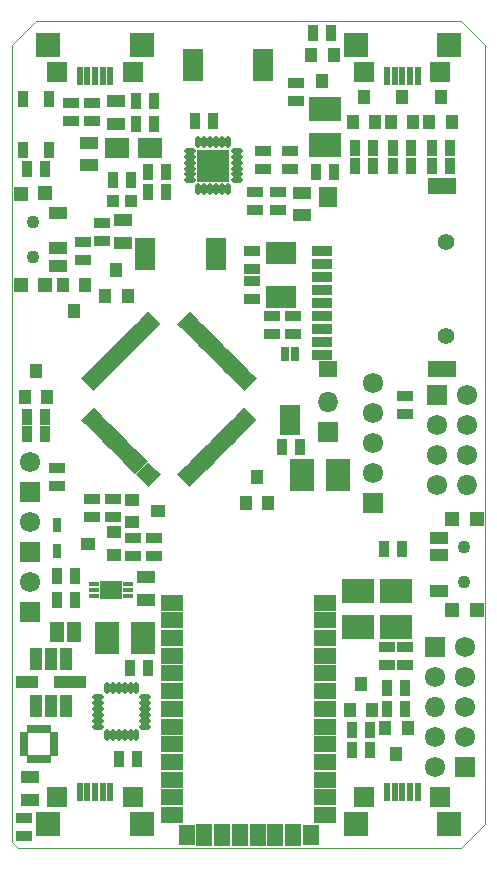
<source format=gts>
G04 (created by PCBNEW (2013-dec-23)-stable) date Tue 01 Jul 2014 06:11:27 EEST*
%MOIN*%
G04 Gerber Fmt 3.4, Leading zero omitted, Abs format*
%FSLAX34Y34*%
G01*
G70*
G90*
G04 APERTURE LIST*
%ADD10C,0.00590551*%
%ADD11C,0.00393701*%
%ADD12R,0.106274X0.106274*%
%ADD13O,0.039374X0.017674*%
%ADD14O,0.017674X0.039374*%
%ADD15R,0.039374X0.047274*%
%ADD16R,0.047274X0.039374*%
%ADD17R,0.0472441X0.0669291*%
%ADD18R,0.031474X0.047274*%
%ADD19R,0.0334646X0.0551181*%
%ADD20R,0.062874X0.042874*%
%ADD21R,0.032874X0.052874*%
%ADD22R,0.052874X0.032874*%
%ADD23R,0.067874X0.067874*%
%ADD24C,0.067874*%
%ADD25O,0.067874X0.067874*%
%ADD26R,0.0590551X0.0433071*%
%ADD27R,0.0472441X0.0472441*%
%ADD28C,0.0433071*%
%ADD29R,0.0314961X0.0511811*%
%ADD30R,0.0669291X0.102362*%
%ADD31R,0.023622X0.0610236*%
%ADD32R,0.0826772X0.0826772*%
%ADD33R,0.0669291X0.0669291*%
%ADD34R,0.0708661X0.0354331*%
%ADD35R,0.0629921X0.0551181*%
%ADD36R,0.0629921X0.0708661*%
%ADD37R,0.0944882X0.0551181*%
%ADD38C,0.0551181*%
%ADD39R,0.039274X0.039274*%
%ADD40R,0.074774X0.055074*%
%ADD41R,0.055074X0.070774*%
%ADD42R,0.055074X0.074774*%
%ADD43R,0.0669291X0.106299*%
%ADD44R,0.019685X0.0255906*%
%ADD45R,0.0255906X0.019685*%
%ADD46R,0.0354331X0.0177165*%
%ADD47R,0.0728346X0.0610236*%
%ADD48R,0.0998882X0.0723291*%
%ADD49R,0.084674X0.106274*%
%ADD50R,0.106274X0.084674*%
%ADD51R,0.0393701X0.0748031*%
%ADD52R,0.0748031X0.0393701*%
%ADD53R,0.106299X0.0393701*%
%ADD54R,0.084674X0.066974*%
G04 APERTURE END LIST*
G54D10*
G54D11*
X7874Y-35236D02*
X8070Y-35433D01*
X23622Y-34645D02*
X22834Y-35433D01*
X22834Y-7874D02*
X23622Y-8661D01*
X8661Y-7874D02*
X7874Y-8661D01*
X22834Y-35433D02*
X8070Y-35433D01*
X8661Y-7874D02*
X22834Y-7874D01*
X7874Y-35236D02*
X7874Y-8661D01*
X23622Y-8661D02*
X23622Y-34645D01*
G54D12*
X14566Y-12696D03*
G54D13*
X15353Y-13188D03*
X15353Y-12991D03*
X15353Y-12794D03*
X15353Y-12598D03*
X15353Y-12401D03*
X15353Y-12204D03*
G54D14*
X15058Y-11909D03*
X14861Y-11909D03*
X14664Y-11909D03*
X14468Y-11909D03*
X14271Y-11909D03*
X14074Y-11909D03*
G54D13*
X13779Y-12204D03*
X13779Y-12401D03*
X13779Y-12598D03*
X13779Y-12794D03*
X13779Y-12991D03*
X13779Y-13188D03*
G54D14*
X14074Y-13483D03*
X14271Y-13483D03*
X14468Y-13483D03*
X14664Y-13483D03*
X14861Y-13483D03*
X15058Y-13483D03*
G54D13*
X10728Y-30413D03*
X10728Y-30610D03*
X10728Y-30807D03*
X10728Y-31003D03*
X10728Y-31200D03*
X10728Y-31397D03*
G54D14*
X11023Y-31692D03*
X11220Y-31692D03*
X11417Y-31692D03*
X11613Y-31692D03*
X11810Y-31692D03*
X12007Y-31692D03*
G54D13*
X12302Y-31397D03*
X12302Y-31200D03*
X12302Y-31003D03*
X12302Y-30807D03*
X12302Y-30610D03*
X12302Y-30413D03*
G54D14*
X12007Y-30118D03*
X11810Y-30118D03*
X11613Y-30118D03*
X11417Y-30118D03*
X11220Y-30118D03*
X11023Y-30118D03*
G54D15*
X19586Y-10393D03*
X19961Y-11259D03*
X19211Y-11259D03*
X11338Y-16161D03*
X11713Y-17027D03*
X10963Y-17027D03*
X9921Y-17558D03*
X9546Y-16692D03*
X10296Y-16692D03*
X16023Y-23070D03*
X16398Y-23936D03*
X15648Y-23936D03*
X8661Y-19547D03*
X9036Y-20413D03*
X8286Y-20413D03*
X19488Y-29980D03*
X19863Y-30846D03*
X19113Y-30846D03*
X20669Y-32322D03*
X20294Y-31456D03*
X21044Y-31456D03*
G54D16*
X10393Y-25295D03*
X11259Y-24920D03*
X11259Y-25670D03*
G54D15*
X18208Y-9881D03*
X17833Y-9015D03*
X18583Y-9015D03*
X22145Y-10393D03*
X22520Y-11259D03*
X21770Y-11259D03*
X20866Y-10393D03*
X21241Y-11259D03*
X20491Y-11259D03*
G54D16*
X12736Y-24212D03*
X11870Y-24587D03*
X11870Y-23837D03*
G54D17*
X9350Y-28248D03*
X9940Y-28248D03*
G54D18*
X9350Y-24665D03*
X9350Y-25531D03*
G54D19*
X9084Y-10472D03*
X8238Y-10472D03*
X9084Y-12165D03*
X8238Y-12165D03*
G54D20*
X11318Y-11300D03*
X11318Y-10550D03*
G54D21*
X12003Y-11318D03*
X12603Y-11318D03*
G54D22*
X10866Y-15221D03*
X10866Y-14621D03*
X16732Y-13577D03*
X16732Y-14177D03*
X20964Y-20969D03*
X20964Y-20369D03*
X16240Y-12800D03*
X16240Y-12200D03*
G54D21*
X8961Y-12795D03*
X8361Y-12795D03*
X12003Y-10531D03*
X12603Y-10531D03*
G54D22*
X15846Y-16530D03*
X15846Y-17130D03*
X15846Y-16146D03*
X15846Y-15546D03*
X17224Y-18311D03*
X17224Y-17711D03*
X16535Y-18311D03*
X16535Y-17711D03*
G54D21*
X11412Y-32480D03*
X12012Y-32480D03*
X14571Y-11220D03*
X13971Y-11220D03*
X11806Y-29429D03*
X12406Y-29429D03*
G54D22*
X8267Y-35044D03*
X8267Y-34444D03*
X10531Y-10625D03*
X10531Y-11225D03*
X15944Y-13577D03*
X15944Y-14177D03*
G54D21*
X9345Y-27165D03*
X9945Y-27165D03*
X12996Y-12893D03*
X12396Y-12893D03*
X11815Y-13188D03*
X11215Y-13188D03*
X12396Y-13582D03*
X12996Y-13582D03*
G54D22*
X11220Y-23814D03*
X11220Y-24414D03*
X10531Y-24414D03*
X10531Y-23814D03*
X9350Y-23370D03*
X9350Y-22770D03*
G54D21*
X9345Y-26377D03*
X9945Y-26377D03*
X20870Y-25492D03*
X20270Y-25492D03*
X16845Y-22066D03*
X17445Y-22066D03*
G54D22*
X10236Y-15231D03*
X10236Y-15831D03*
G54D21*
X21845Y-12696D03*
X22445Y-12696D03*
X20566Y-12696D03*
X21166Y-12696D03*
X19286Y-12696D03*
X19886Y-12696D03*
X20369Y-30807D03*
X20969Y-30807D03*
X20369Y-30118D03*
X20969Y-30118D03*
X19788Y-31496D03*
X19188Y-31496D03*
X19788Y-32185D03*
X19188Y-32185D03*
G54D22*
X9842Y-10625D03*
X9842Y-11225D03*
X17322Y-10536D03*
X17322Y-9936D03*
X20964Y-28735D03*
X20964Y-29335D03*
G54D21*
X18508Y-8267D03*
X17908Y-8267D03*
X21166Y-12106D03*
X20566Y-12106D03*
X19886Y-12106D03*
X19286Y-12106D03*
G54D22*
X12598Y-25093D03*
X12598Y-25693D03*
G54D21*
X8961Y-21062D03*
X8361Y-21062D03*
G54D22*
X11909Y-25693D03*
X11909Y-25093D03*
G54D21*
X18607Y-12893D03*
X18007Y-12893D03*
G54D22*
X20374Y-28735D03*
X20374Y-29335D03*
X17125Y-12800D03*
X17125Y-12200D03*
G54D21*
X22445Y-12106D03*
X21845Y-12106D03*
X8961Y-21653D03*
X8361Y-21653D03*
G54D23*
X19881Y-23948D03*
G54D24*
X19881Y-22948D03*
X19881Y-21948D03*
X19881Y-20948D03*
X19881Y-19948D03*
G54D25*
X23039Y-23350D03*
G54D24*
X22039Y-23350D03*
X23039Y-22350D03*
X22039Y-22350D03*
X23039Y-21350D03*
X22039Y-21350D03*
X23039Y-20350D03*
G54D23*
X22039Y-20350D03*
G54D25*
X21961Y-30738D03*
G54D24*
X22961Y-30738D03*
X21961Y-31738D03*
X22961Y-31738D03*
X21961Y-32738D03*
G54D23*
X22961Y-32738D03*
X21961Y-28738D03*
G54D24*
X22961Y-28738D03*
X21961Y-29738D03*
X22961Y-29738D03*
G54D23*
X8461Y-23588D03*
G54D24*
X8461Y-22588D03*
G54D23*
X8461Y-25588D03*
G54D24*
X8461Y-24588D03*
X8461Y-26588D03*
G54D23*
X8461Y-27588D03*
G54D25*
X18405Y-20562D03*
G54D23*
X18405Y-21562D03*
G54D26*
X22086Y-25688D03*
X22086Y-25098D03*
X22086Y-26870D03*
G54D27*
X22519Y-24468D03*
X23346Y-27500D03*
X23346Y-24468D03*
X22519Y-27519D03*
G54D28*
X22933Y-26574D03*
X22933Y-25393D03*
G54D26*
X9409Y-15452D03*
X9409Y-16043D03*
X9409Y-14271D03*
G54D27*
X8976Y-16673D03*
X8149Y-13641D03*
X8149Y-16673D03*
X8976Y-13622D03*
G54D28*
X8562Y-14566D03*
X8562Y-15748D03*
G54D29*
X16948Y-18976D03*
X17303Y-18976D03*
G54D30*
X17125Y-21161D03*
G54D31*
X10118Y-33592D03*
X10374Y-33592D03*
X10629Y-33592D03*
X10885Y-33592D03*
X11141Y-33592D03*
G54D32*
X9074Y-34645D03*
X12185Y-34645D03*
G54D33*
X11889Y-33730D03*
X9370Y-33730D03*
G54D31*
X20354Y-33592D03*
X20610Y-33592D03*
X20866Y-33592D03*
X21122Y-33592D03*
X21377Y-33592D03*
G54D32*
X19311Y-34645D03*
X22421Y-34645D03*
G54D33*
X22125Y-33730D03*
X19606Y-33730D03*
G54D31*
X21377Y-9714D03*
X21122Y-9714D03*
X20866Y-9714D03*
X20610Y-9714D03*
X20354Y-9714D03*
G54D32*
X22421Y-8661D03*
X19311Y-8661D03*
G54D33*
X19606Y-9576D03*
X22125Y-9576D03*
G54D31*
X11141Y-9714D03*
X10885Y-9714D03*
X10629Y-9714D03*
X10374Y-9714D03*
X10118Y-9714D03*
G54D32*
X12185Y-8661D03*
X9074Y-8661D03*
G54D33*
X9370Y-9576D03*
X11889Y-9576D03*
G54D34*
X18208Y-15551D03*
X18208Y-15984D03*
X18208Y-16417D03*
X18208Y-16850D03*
X18208Y-17283D03*
X18208Y-17716D03*
X18208Y-18149D03*
X18208Y-18582D03*
X18208Y-19015D03*
G54D35*
X18405Y-19488D03*
G54D36*
X18405Y-13740D03*
G54D37*
X22185Y-13385D03*
X22185Y-19488D03*
G54D38*
X22342Y-18385D03*
X22342Y-15236D03*
G54D10*
G36*
X15596Y-19358D02*
X15178Y-19776D01*
X15039Y-19637D01*
X15457Y-19219D01*
X15596Y-19358D01*
X15596Y-19358D01*
G37*
G36*
X15457Y-19219D02*
X15039Y-19637D01*
X14900Y-19498D01*
X15317Y-19080D01*
X15457Y-19219D01*
X15457Y-19219D01*
G37*
G36*
X15317Y-19080D02*
X14900Y-19497D01*
X14760Y-19358D01*
X15178Y-18940D01*
X15317Y-19080D01*
X15317Y-19080D01*
G37*
G36*
X15178Y-18940D02*
X14760Y-19358D01*
X14621Y-19219D01*
X15039Y-18801D01*
X15178Y-18940D01*
X15178Y-18940D01*
G37*
G36*
X15039Y-18801D02*
X14621Y-19219D01*
X14482Y-19080D01*
X14899Y-18662D01*
X15039Y-18801D01*
X15039Y-18801D01*
G37*
G36*
X16013Y-19775D02*
X15595Y-20193D01*
X15456Y-20054D01*
X15874Y-19636D01*
X16013Y-19775D01*
X16013Y-19775D01*
G37*
G36*
X15874Y-19637D02*
X15457Y-20055D01*
X15318Y-19915D01*
X15735Y-19498D01*
X15874Y-19637D01*
X15874Y-19637D01*
G37*
G36*
X15735Y-19498D02*
X15317Y-19915D01*
X15178Y-19776D01*
X15596Y-19358D01*
X15735Y-19498D01*
X15735Y-19498D01*
G37*
G36*
X12811Y-17967D02*
X12672Y-18106D01*
X12254Y-17688D01*
X12394Y-17549D01*
X12811Y-17967D01*
X12811Y-17967D01*
G37*
G36*
X12673Y-18105D02*
X12534Y-18244D01*
X12116Y-17827D01*
X12255Y-17687D01*
X12673Y-18105D01*
X12673Y-18105D01*
G37*
G36*
X12533Y-18245D02*
X12394Y-18384D01*
X11977Y-17966D01*
X12116Y-17827D01*
X12533Y-18245D01*
X12533Y-18245D01*
G37*
G36*
X12394Y-18384D02*
X12255Y-18523D01*
X11837Y-18105D01*
X11976Y-17966D01*
X12394Y-18384D01*
X12394Y-18384D01*
G37*
G36*
X12255Y-18523D02*
X12116Y-18662D01*
X11698Y-18245D01*
X11837Y-18105D01*
X12255Y-18523D01*
X12255Y-18523D01*
G37*
G36*
X12116Y-18662D02*
X11976Y-18802D01*
X11559Y-18384D01*
X11698Y-18245D01*
X12116Y-18662D01*
X12116Y-18662D01*
G37*
G36*
X11976Y-18802D02*
X11837Y-18941D01*
X11419Y-18523D01*
X11558Y-18384D01*
X11976Y-18802D01*
X11976Y-18802D01*
G37*
G36*
X11837Y-18941D02*
X11698Y-19080D01*
X11280Y-18662D01*
X11419Y-18523D01*
X11837Y-18941D01*
X11837Y-18941D01*
G37*
G36*
X10724Y-20890D02*
X10306Y-21308D01*
X10167Y-21168D01*
X10585Y-20751D01*
X10724Y-20890D01*
X10724Y-20890D01*
G37*
G36*
X10863Y-21028D02*
X10445Y-21446D01*
X10306Y-21307D01*
X10723Y-20889D01*
X10863Y-21028D01*
X10863Y-21028D01*
G37*
G36*
X11002Y-21168D02*
X10584Y-21585D01*
X10445Y-21446D01*
X10863Y-21029D01*
X11002Y-21168D01*
X11002Y-21168D01*
G37*
G36*
X11141Y-21307D02*
X10723Y-21725D01*
X10584Y-21586D01*
X11002Y-21168D01*
X11141Y-21307D01*
X11141Y-21307D01*
G37*
G36*
X11280Y-21446D02*
X10863Y-21864D01*
X10724Y-21725D01*
X11141Y-21307D01*
X11280Y-21446D01*
X11280Y-21446D01*
G37*
G36*
X11420Y-21586D02*
X11002Y-22003D01*
X10863Y-21864D01*
X11281Y-21446D01*
X11420Y-21586D01*
X11420Y-21586D01*
G37*
G36*
X11559Y-21725D02*
X11141Y-22143D01*
X11002Y-22003D01*
X11420Y-21586D01*
X11559Y-21725D01*
X11559Y-21725D01*
G37*
G36*
X11698Y-21864D02*
X11281Y-22282D01*
X11141Y-22143D01*
X11559Y-21725D01*
X11698Y-21864D01*
X11698Y-21864D01*
G37*
G36*
X13926Y-23256D02*
X13787Y-23395D01*
X13369Y-22977D01*
X13508Y-22838D01*
X13926Y-23256D01*
X13926Y-23256D01*
G37*
G36*
X14064Y-23117D02*
X13925Y-23256D01*
X13507Y-22839D01*
X13647Y-22699D01*
X14064Y-23117D01*
X14064Y-23117D01*
G37*
G36*
X14204Y-22978D02*
X14064Y-23117D01*
X13647Y-22699D01*
X13786Y-22560D01*
X14204Y-22978D01*
X14204Y-22978D01*
G37*
G36*
X14343Y-22839D02*
X14204Y-22978D01*
X13786Y-22560D01*
X13925Y-22421D01*
X14343Y-22839D01*
X14343Y-22839D01*
G37*
G36*
X14482Y-22699D02*
X14343Y-22838D01*
X13925Y-22421D01*
X14064Y-22282D01*
X14482Y-22699D01*
X14482Y-22699D01*
G37*
G36*
X14621Y-22560D02*
X14482Y-22699D01*
X14065Y-22281D01*
X14204Y-22142D01*
X14621Y-22560D01*
X14621Y-22560D01*
G37*
G36*
X14761Y-22421D02*
X14622Y-22560D01*
X14204Y-22142D01*
X14343Y-22003D01*
X14761Y-22421D01*
X14761Y-22421D01*
G37*
G36*
X14900Y-22281D02*
X14761Y-22421D01*
X14343Y-22003D01*
X14482Y-21864D01*
X14900Y-22281D01*
X14900Y-22281D01*
G37*
G36*
X14900Y-18662D02*
X14482Y-19080D01*
X14343Y-18941D01*
X14761Y-18523D01*
X14900Y-18662D01*
X14900Y-18662D01*
G37*
G36*
X14761Y-18523D02*
X14343Y-18941D01*
X14204Y-18802D01*
X14622Y-18384D01*
X14761Y-18523D01*
X14761Y-18523D01*
G37*
G36*
X14621Y-18384D02*
X14204Y-18802D01*
X14065Y-18662D01*
X14482Y-18245D01*
X14621Y-18384D01*
X14621Y-18384D01*
G37*
G36*
X11698Y-19080D02*
X11559Y-19219D01*
X11141Y-18801D01*
X11281Y-18662D01*
X11698Y-19080D01*
X11698Y-19080D01*
G37*
G36*
X11559Y-19219D02*
X11420Y-19358D01*
X11002Y-18940D01*
X11141Y-18801D01*
X11559Y-19219D01*
X11559Y-19219D01*
G37*
G36*
X11420Y-19358D02*
X11281Y-19497D01*
X10863Y-19080D01*
X11002Y-18940D01*
X11420Y-19358D01*
X11420Y-19358D01*
G37*
G36*
X11837Y-22003D02*
X11419Y-22421D01*
X11280Y-22281D01*
X11698Y-21864D01*
X11837Y-22003D01*
X11837Y-22003D01*
G37*
G36*
X11976Y-22142D02*
X11558Y-22560D01*
X11419Y-22421D01*
X11837Y-22003D01*
X11976Y-22142D01*
X11976Y-22142D01*
G37*
G36*
X12116Y-22281D02*
X11698Y-22699D01*
X11559Y-22560D01*
X11976Y-22142D01*
X12116Y-22281D01*
X12116Y-22281D01*
G37*
G36*
X15039Y-22143D02*
X14899Y-22282D01*
X14482Y-21864D01*
X14621Y-21725D01*
X15039Y-22143D01*
X15039Y-22143D01*
G37*
G36*
X15178Y-22003D02*
X15039Y-22143D01*
X14621Y-21725D01*
X14760Y-21586D01*
X15178Y-22003D01*
X15178Y-22003D01*
G37*
G36*
X15317Y-21864D02*
X15178Y-22003D01*
X14760Y-21586D01*
X14900Y-21446D01*
X15317Y-21864D01*
X15317Y-21864D01*
G37*
G36*
X14482Y-18245D02*
X14064Y-18662D01*
X13925Y-18523D01*
X14343Y-18105D01*
X14482Y-18245D01*
X14482Y-18245D01*
G37*
G36*
X14343Y-18105D02*
X13925Y-18523D01*
X13786Y-18384D01*
X14204Y-17966D01*
X14343Y-18105D01*
X14343Y-18105D01*
G37*
G36*
X14204Y-17966D02*
X13786Y-18384D01*
X13647Y-18245D01*
X14064Y-17827D01*
X14204Y-17966D01*
X14204Y-17966D01*
G37*
G36*
X14064Y-17827D02*
X13647Y-18244D01*
X13507Y-18105D01*
X13925Y-17687D01*
X14064Y-17827D01*
X14064Y-17827D01*
G37*
G36*
X13926Y-17688D02*
X13508Y-18106D01*
X13369Y-17967D01*
X13787Y-17549D01*
X13926Y-17688D01*
X13926Y-17688D01*
G37*
G36*
X11280Y-19498D02*
X11141Y-19637D01*
X10724Y-19219D01*
X10863Y-19080D01*
X11280Y-19498D01*
X11280Y-19498D01*
G37*
G36*
X11141Y-19637D02*
X11002Y-19776D01*
X10584Y-19358D01*
X10723Y-19219D01*
X11141Y-19637D01*
X11141Y-19637D01*
G37*
G36*
X11002Y-19776D02*
X10863Y-19915D01*
X10445Y-19498D01*
X10584Y-19358D01*
X11002Y-19776D01*
X11002Y-19776D01*
G37*
G36*
X10863Y-19915D02*
X10723Y-20055D01*
X10306Y-19637D01*
X10445Y-19498D01*
X10863Y-19915D01*
X10863Y-19915D01*
G37*
G36*
X10724Y-20054D02*
X10585Y-20193D01*
X10167Y-19775D01*
X10306Y-19636D01*
X10724Y-20054D01*
X10724Y-20054D01*
G37*
G36*
X12255Y-22421D02*
X11837Y-22838D01*
X11698Y-22699D01*
X12116Y-22282D01*
X12255Y-22421D01*
X12255Y-22421D01*
G37*
G36*
X12394Y-22560D02*
X11976Y-22978D01*
X11837Y-22839D01*
X12255Y-22421D01*
X12394Y-22560D01*
X12394Y-22560D01*
G37*
G36*
X12533Y-22699D02*
X12116Y-23117D01*
X11977Y-22978D01*
X12394Y-22560D01*
X12533Y-22699D01*
X12533Y-22699D01*
G37*
G36*
X12673Y-22839D02*
X12255Y-23256D01*
X12116Y-23117D01*
X12534Y-22699D01*
X12673Y-22839D01*
X12673Y-22839D01*
G37*
G36*
X12811Y-22977D02*
X12394Y-23395D01*
X12254Y-23256D01*
X12672Y-22838D01*
X12811Y-22977D01*
X12811Y-22977D01*
G37*
G36*
X15457Y-21725D02*
X15317Y-21864D01*
X14900Y-21446D01*
X15039Y-21307D01*
X15457Y-21725D01*
X15457Y-21725D01*
G37*
G36*
X15596Y-21586D02*
X15457Y-21725D01*
X15039Y-21307D01*
X15178Y-21168D01*
X15596Y-21586D01*
X15596Y-21586D01*
G37*
G36*
X15735Y-21446D02*
X15596Y-21585D01*
X15178Y-21168D01*
X15317Y-21029D01*
X15735Y-21446D01*
X15735Y-21446D01*
G37*
G36*
X15874Y-21307D02*
X15735Y-21446D01*
X15318Y-21028D01*
X15457Y-20889D01*
X15874Y-21307D01*
X15874Y-21307D01*
G37*
G36*
X16013Y-21168D02*
X15874Y-21308D01*
X15456Y-20890D01*
X15595Y-20751D01*
X16013Y-21168D01*
X16013Y-21168D01*
G37*
G54D39*
X11220Y-13877D03*
X11810Y-13877D03*
G54D40*
X13189Y-33168D03*
X13189Y-33759D03*
X13189Y-34349D03*
X13189Y-32578D03*
X13189Y-31987D03*
X13189Y-31397D03*
X13189Y-30806D03*
X13189Y-30216D03*
X13189Y-29625D03*
X13189Y-29034D03*
X13189Y-28444D03*
X13189Y-27853D03*
X13189Y-27263D03*
G54D41*
X13681Y-35017D03*
G54D42*
X14273Y-34999D03*
X14863Y-34999D03*
X15453Y-34999D03*
X16043Y-34999D03*
X16633Y-34999D03*
X17223Y-34999D03*
G54D41*
X17813Y-35018D03*
G54D40*
X18307Y-34349D03*
X18307Y-33759D03*
X18307Y-33167D03*
X18307Y-32578D03*
X18307Y-31987D03*
X18307Y-31397D03*
X18307Y-30806D03*
X18307Y-30216D03*
X18307Y-29625D03*
X18307Y-29034D03*
X18307Y-28444D03*
X18307Y-27853D03*
X18307Y-27263D03*
G54D43*
X13877Y-9350D03*
X16240Y-9350D03*
X14665Y-15649D03*
X12303Y-15649D03*
G54D44*
X9055Y-31486D03*
X8858Y-31486D03*
X8661Y-31486D03*
X8464Y-31486D03*
G54D45*
X8257Y-31692D03*
X8257Y-31889D03*
X8257Y-32086D03*
X8257Y-32283D03*
G54D44*
X8464Y-32490D03*
X8661Y-32490D03*
X8858Y-32490D03*
X9055Y-32490D03*
G54D45*
X9261Y-32283D03*
X9261Y-32086D03*
X9261Y-31889D03*
X9261Y-31692D03*
G54D46*
X11722Y-27035D03*
X11722Y-26838D03*
X11722Y-26642D03*
X10600Y-26642D03*
X10600Y-26838D03*
X10600Y-27035D03*
G54D47*
X11161Y-26838D03*
G54D48*
X16830Y-15610D03*
X16830Y-17066D03*
G54D49*
X11014Y-28444D03*
X12214Y-28444D03*
G54D50*
X20669Y-28060D03*
X20669Y-26860D03*
G54D49*
X17529Y-23011D03*
X18729Y-23011D03*
G54D50*
X18307Y-12017D03*
X18307Y-10817D03*
X19389Y-28060D03*
X19389Y-26860D03*
G54D51*
X9153Y-29133D03*
X9653Y-29133D03*
X8653Y-29133D03*
X9653Y-30708D03*
X9153Y-30708D03*
X8653Y-30708D03*
G54D52*
X8366Y-29921D03*
G54D53*
X9803Y-29921D03*
G54D20*
X10433Y-11928D03*
X10433Y-12678D03*
G54D54*
X11368Y-12106D03*
X12450Y-12106D03*
G54D20*
X12311Y-27163D03*
X12311Y-26413D03*
X17519Y-13601D03*
X17519Y-14351D03*
X11555Y-15276D03*
X11555Y-14526D03*
X8464Y-33089D03*
X8464Y-33839D03*
M02*

</source>
